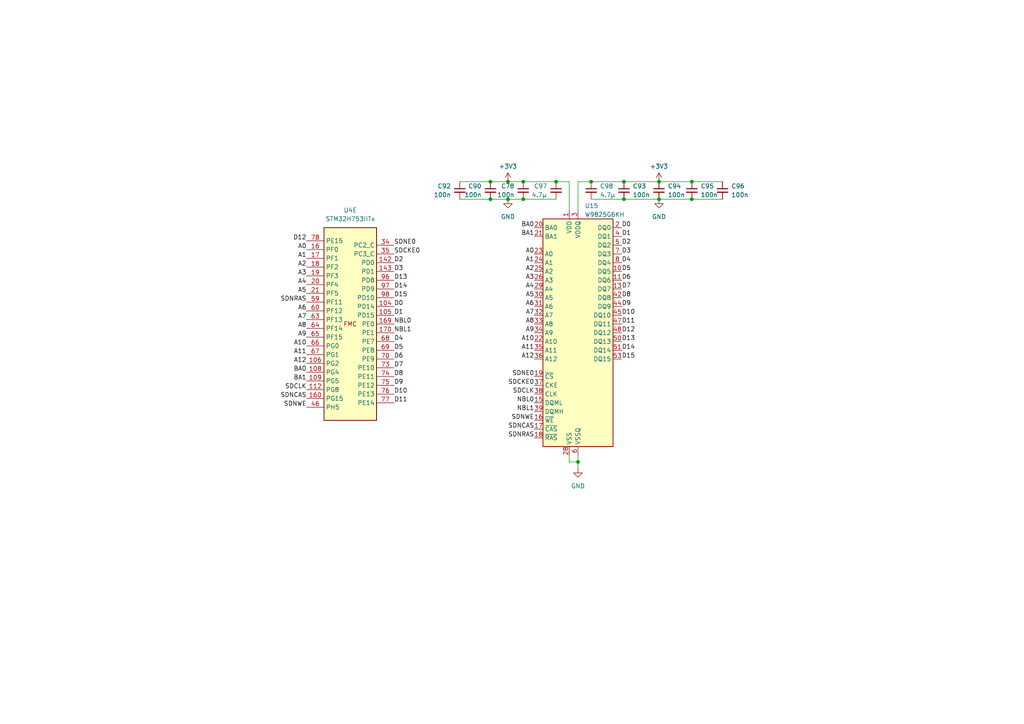
<source format=kicad_sch>
(kicad_sch (version 20231120) (generator "eeschema") (generator_version "8.0")
  (paper "A4")
  (lib_symbols
    (symbol "Device:C_Small" (pin_numbers hide) (pin_names (offset 0.254) hide)
      (property "Reference" "C" (at 0.254 1.778 0))
      (property "Value" "C_Small" (at 0.254 -2.032 0))
      (symbol "C_Small_0_1"
        (polyline (pts (xy -1.524 -0.508) (xy 1.524 -0.508)) (stroke (width 0.3302)))
        (polyline (pts (xy -1.524 0.508) (xy 1.524 0.508)) (stroke (width 0.3048)))
      )
      (symbol "C_Small_1_1"
        (pin passive line (at 0 2.54 270) (length 2.032) (name "~") (number "1"))
        (pin passive line (at 0 -2.54 90) (length 2.032) (name "~") (number "2"))
      )
    )
    (symbol "Memory_RAM:MT48LC16M16A2TG"
      (property "Reference" "U" (at -8.89 34.29 0))
      (property "Value" "MT48LC16M16A2TG" (at 8.89 34.29 0))
      (symbol "MT48LC16M16A2TG_0_1"
        (rectangle (start -10.16 33.02) (end 10.16 -33.02) (stroke (width 0.254)) (fill (type background)))
      )
      (symbol "MT48LC16M16A2TG_1_1"
        (pin power_in line (at -2.54 35.56 270) (length 2.54) (name "VDD") (number "1"))
        (pin bidirectional line (at 12.7 17.78 180) (length 2.54) (name "DQ5") (number "10"))
        (pin bidirectional line (at 12.7 15.24 180) (length 2.54) (name "DQ6") (number "11"))
        (pin passive line (at 0 -35.56 90) (length 2.54) hide (name "VSSQ") (number "12"))
        (pin bidirectional line (at 12.7 12.7 180) (length 2.54) (name "DQ7") (number "13"))
        (pin passive line (at -2.54 35.56 270) (length 2.54) hide (name "VDD") (number "14"))
        (pin input line (at -12.7 -20.32 0) (length 2.54) (name "DQML") (number "15"))
        (pin input line (at -12.7 -25.4 0) (length 2.54) (name "~{WE}") (number "16"))
        (pin input line (at -12.7 -27.94 0) (length 2.54) (name "~{CAS}") (number "17"))
        (pin input line (at -12.7 -30.48 0) (length 2.54) (name "~{RAS}") (number "18"))
        (pin input line (at -12.7 -12.7 0) (length 2.54) (name "~{CS}") (number "19"))
        (pin bidirectional line (at 12.7 30.48 180) (length 2.54) (name "DQ0") (number "2"))
        (pin input line (at -12.7 30.48 0) (length 2.54) (name "BA0") (number "20"))
        (pin input line (at -12.7 27.94 0) (length 2.54) (name "BA1") (number "21"))
        (pin input line (at -12.7 -2.54 0) (length 2.54) (name "A10") (number "22"))
        (pin input line (at -12.7 22.86 0) (length 2.54) (name "A0") (number "23"))
        (pin input line (at -12.7 20.32 0) (length 2.54) (name "A1") (number "24"))
        (pin input line (at -12.7 17.78 0) (length 2.54) (name "A2") (number "25"))
        (pin input line (at -12.7 15.24 0) (length 2.54) (name "A3") (number "26"))
        (pin passive line (at -2.54 35.56 270) (length 2.54) hide (name "VDD") (number "27"))
        (pin power_in line (at -2.54 -35.56 90) (length 2.54) (name "VSS") (number "28"))
        (pin input line (at -12.7 12.7 0) (length 2.54) (name "A4") (number "29"))
        (pin power_in line (at 0 35.56 270) (length 2.54) (name "VDDQ") (number "3"))
        (pin input line (at -12.7 10.16 0) (length 2.54) (name "A5") (number "30"))
        (pin input line (at -12.7 7.62 0) (length 2.54) (name "A6") (number "31"))
        (pin input line (at -12.7 5.08 0) (length 2.54) (name "A7") (number "32"))
        (pin input line (at -12.7 2.54 0) (length 2.54) (name "A8") (number "33"))
        (pin input line (at -12.7 0 0) (length 2.54) (name "A9") (number "34"))
        (pin input line (at -12.7 -5.08 0) (length 2.54) (name "A11") (number "35"))
        (pin input line (at -12.7 -7.62 0) (length 2.54) (name "A12") (number "36"))
        (pin input line (at -12.7 -15.24 0) (length 2.54) (name "CKE") (number "37"))
        (pin input line (at -12.7 -17.78 0) (length 2.54) (name "CLK") (number "38"))
        (pin input line (at -12.7 -22.86 0) (length 2.54) (name "DQMH") (number "39"))
        (pin bidirectional line (at 12.7 27.94 180) (length 2.54) (name "DQ1") (number "4"))
        (pin no_connect line (at 10.16 -20.32 180) (length 2.54) hide (name "NC") (number "40"))
        (pin passive line (at -2.54 -35.56 90) (length 2.54) hide (name "VSS") (number "41"))
        (pin bidirectional line (at 12.7 10.16 180) (length 2.54) (name "DQ8") (number "42"))
        (pin passive line (at 0 35.56 270) (length 2.54) hide (name "VDDQ") (number "43"))
        (pin bidirectional line (at 12.7 7.62 180) (length 2.54) (name "DQ9") (number "44"))
        (pin bidirectional line (at 12.7 5.08 180) (length 2.54) (name "DQ10") (number "45"))
        (pin passive line (at 0 -35.56 90) (length 2.54) hide (name "VSSQ") (number "46"))
        (pin bidirectional line (at 12.7 2.54 180) (length 2.54) (name "DQ11") (number "47"))
        (pin bidirectional line (at 12.7 0 180) (length 2.54) (name "DQ12") (number "48"))
        (pin passive line (at 0 35.56 270) (length 2.54) hide (name "VDDQ") (number "49"))
        (pin bidirectional line (at 12.7 25.4 180) (length 2.54) (name "DQ2") (number "5"))
        (pin bidirectional line (at 12.7 -2.54 180) (length 2.54) (name "DQ13") (number "50"))
        (pin bidirectional line (at 12.7 -5.08 180) (length 2.54) (name "DQ14") (number "51"))
        (pin passive line (at 0 -35.56 90) (length 2.54) hide (name "VSSQ") (number "52"))
        (pin bidirectional line (at 12.7 -7.62 180) (length 2.54) (name "DQ15") (number "53"))
        (pin passive line (at -2.54 -35.56 90) (length 2.54) hide (name "VSS") (number "54"))
        (pin power_in line (at 0 -35.56 90) (length 2.54) (name "VSSQ") (number "6"))
        (pin bidirectional line (at 12.7 22.86 180) (length 2.54) (name "DQ3") (number "7"))
        (pin bidirectional line (at 12.7 20.32 180) (length 2.54) (name "DQ4") (number "8"))
        (pin passive line (at 0 35.56 270) (length 2.54) hide (name "VDDQ") (number "9"))
      )
    )
    (symbol "charger:STM32H753IITx"
      (property "Reference" "U" (at -11.684 0.762 0))
      (property "Value" "STM32H753IITx" (at -23.114 -2.54 0))
      (symbol "STM32H753IITx_1_1"
        (rectangle (start -10.16 30.48) (end 10.16 -30.48) (stroke (width 0.254)) (fill (type background)))
        (pin passive line (at -15.24 1.27 0) (length 5.08) hide (name "VSS") (number "102"))
        (pin power_in line (at 15.24 3.81 180) (length 5.08) (name "VDD") (number "103"))
        (pin passive line (at -15.24 1.27 0) (length 5.08) hide (name "VSS") (number "113"))
        (pin power_in line (at 15.24 -11.43 180) (length 5.08) (name "VDD33_USB") (number "114"))
        (pin power_out line (at 15.24 -24.13 180) (length 5.08) (name "VCAP") (number "125"))
        (pin passive line (at -15.24 1.27 0) (length 5.08) hide (name "VSS") (number "126"))
        (pin power_in line (at 15.24 1.27 180) (length 5.08) (name "VDD") (number "127"))
        (pin passive line (at -15.24 1.27 0) (length 5.08) hide (name "VSS") (number "135"))
        (pin power_in line (at 15.24 -1.27 180) (length 5.08) (name "VDD") (number "136"))
        (pin power_in line (at -15.24 1.27 0) (length 5.08) (name "VSS") (number "14"))
        (pin passive line (at -15.24 1.27 0) (length 5.08) hide (name "VSS") (number "148"))
        (pin power_in line (at 15.24 -3.81 180) (length 5.08) (name "VDD") (number "149"))
        (pin power_in line (at 15.24 24.13 180) (length 5.08) (name "VDD") (number "15"))
        (pin passive line (at -15.24 1.27 0) (length 5.08) hide (name "VSS") (number "158"))
        (pin power_in line (at 15.24 -6.35 180) (length 5.08) (name "VDD") (number "159"))
        (pin power_in line (at 15.24 -8.89 180) (length 5.08) (name "VDD") (number "172"))
        (pin passive line (at -15.24 1.27 0) (length 5.08) hide (name "VSS") (number "22"))
        (pin power_in line (at 15.24 21.59 180) (length 5.08) (name "VDD") (number "23"))
        (pin power_in line (at 15.24 19.05 180) (length 5.08) (name "VDD") (number "36"))
        (pin power_in line (at -15.24 -1.27 0) (length 5.08) (name "VSSA") (number "37"))
        (pin input line (at 15.24 -19.05 180) (length 5.08) (name "VREF+") (number "38"))
        (pin power_in line (at 15.24 -13.97 180) (length 5.08) (name "VDDA") (number "39"))
        (pin passive line (at -15.24 1.27 0) (length 5.08) hide (name "VSS") (number "48"))
        (pin power_in line (at 15.24 16.51 180) (length 5.08) (name "VDD") (number "49"))
        (pin power_in line (at 15.24 26.67 180) (length 5.08) (name "VBAT") (number "6"))
        (pin passive line (at -15.24 1.27 0) (length 5.08) hide (name "VSS") (number "61"))
        (pin power_in line (at 15.24 13.97 180) (length 5.08) (name "VDD") (number "62"))
        (pin passive line (at -15.24 1.27 0) (length 5.08) hide (name "VSS") (number "71"))
        (pin power_in line (at 15.24 11.43 180) (length 5.08) (name "VDD") (number "72"))
        (pin power_out line (at 15.24 -26.67 180) (length 5.08) (name "VCAP") (number "81"))
        (pin power_in line (at 15.24 8.89 180) (length 5.08) (name "VDD") (number "82"))
        (pin passive line (at -15.24 1.27 0) (length 5.08) hide (name "VSS") (number "90"))
        (pin power_in line (at 15.24 6.35 180) (length 5.08) (name "VDD") (number "91"))
      )
      (symbol "STM32H753IITx_2_1"
        (rectangle (start -10.16 31.75) (end 10.16 -31.75) (stroke (width 0.254)) (fill (type background)))
        (pin bidirectional line (at 15.24 -22.86 180) (length 5.08) (name "PE2") (number "1"))
        (pin bidirectional line (at 15.24 -17.78 180) (length 5.08) (name "PD12") (number "100"))
        (pin bidirectional line (at 15.24 -20.32 180) (length 5.08) (name "PD13") (number "101"))
        (pin bidirectional line (at -15.24 -5.08 0) (length 5.08) (name "PG3") (number "107"))
        (pin bidirectional line (at 15.24 7.62 180) (length 5.08) (name "PC6") (number "115"))
        (pin bidirectional line (at 15.24 5.08 180) (length 5.08) (name "PC7") (number "116"))
        (pin bidirectional line (at 15.24 2.54 180) (length 5.08) (name "PC8") (number "117"))
        (pin bidirectional line (at 15.24 27.94 180) (length 5.08) (name "PA10") (number "121"))
        (pin bidirectional line (at -15.24 -2.54 0) (length 5.08) (name "PH15") (number "130"))
        (pin bidirectional line (at -15.24 27.94 0) (length 5.08) (name "PI0") (number "131"))
        (pin bidirectional line (at -15.24 25.4 0) (length 5.08) (name "PI1") (number "132"))
        (pin bidirectional line (at -15.24 22.86 0) (length 5.08) (name "PI3") (number "134"))
        (pin bidirectional line (at 15.24 25.4 180) (length 5.08) (name "PA15") (number "138"))
        (pin bidirectional line (at 15.24 0 180) (length 5.08) (name "PC10") (number "139"))
        (pin bidirectional line (at 15.24 -2.54 180) (length 5.08) (name "PC11") (number "140"))
        (pin bidirectional line (at 15.24 -7.62 180) (length 5.08) (name "PD3") (number "145"))
        (pin bidirectional line (at 15.24 -10.16 180) (length 5.08) (name "PD4") (number "146"))
        (pin bidirectional line (at 15.24 -12.7 180) (length 5.08) (name "PD7") (number "151"))
        (pin bidirectional line (at -15.24 -7.62 0) (length 5.08) (name "PG9") (number "152"))
        (pin bidirectional line (at -15.24 -10.16 0) (length 5.08) (name "PG10") (number "153"))
        (pin bidirectional line (at -15.24 -15.24 0) (length 5.08) (name "PG13") (number "156"))
        (pin bidirectional line (at -15.24 -17.78 0) (length 5.08) (name "PG14") (number "157"))
        (pin bidirectional line (at 15.24 17.78 180) (length 5.08) (name "PB5") (number "163"))
        (pin bidirectional line (at -15.24 20.32 0) (length 5.08) (name "PI6") (number "175"))
        (pin bidirectional line (at -15.24 17.78 0) (length 5.08) (name "PI7") (number "176"))
        (pin bidirectional line (at 15.24 -25.4 180) (length 5.08) (name "PE3") (number "2"))
        (pin bidirectional line (at -15.24 -20.32 0) (length 5.08) (name "PF6") (number "24"))
        (pin bidirectional line (at -15.24 -22.86 0) (length 5.08) (name "PF7") (number "25"))
        (pin bidirectional line (at -15.24 -25.4 0) (length 5.08) (name "PF8") (number "26"))
        (pin bidirectional line (at -15.24 -27.94 0) (length 5.08) (name "PF9") (number "27"))
        (pin bidirectional line (at 15.24 22.86 180) (length 5.08) (name "PB2") (number "58"))
        (pin bidirectional line (at -15.24 15.24 0) (length 5.08) (name "PI8") (number "7"))
        (pin bidirectional line (at 15.24 -5.08 180) (length 5.08) (name "PC13") (number "8"))
        (pin bidirectional line (at -15.24 12.7 0) (length 5.08) (name "PH6") (number "83"))
        (pin bidirectional line (at -15.24 10.16 0) (length 5.08) (name "PH7") (number "84"))
        (pin bidirectional line (at -15.24 7.62 0) (length 5.08) (name "PH9") (number "86"))
        (pin bidirectional line (at -15.24 5.08 0) (length 5.08) (name "PH10") (number "87"))
        (pin bidirectional line (at -15.24 2.54 0) (length 5.08) (name "PH11") (number "88"))
        (pin bidirectional line (at -15.24 0 0) (length 5.08) (name "PH12") (number "89"))
        (pin bidirectional line (at 15.24 -15.24 180) (length 5.08) (name "PD11") (number "99"))
      )
      (symbol "STM32H753IITx_3_1"
        (rectangle (start -6.35 38.1) (end 6.35 -38.1) (stroke (width 0.254)) (fill (type background)))
        (text "LTDC" (at -2.54 0 0) (effects (font (size 1.27 1.27))))
        (pin bidirectional line (at 11.43 -3.81 180) (length 5.08) (name "PG6") (number "110"))
        (pin bidirectional line (at 11.43 -6.35 180) (length 5.08) (name "PG7") (number "111"))
        (pin bidirectional line (at 11.43 8.89 180) (length 5.08) (name "PC9") (number "118"))
        (pin bidirectional line (at 11.43 26.67 180) (length 5.08) (name "PA8") (number "119"))
        (pin bidirectional line (at 11.43 -31.75 180) (length 5.08) (name "PI10") (number "12"))
        (pin bidirectional line (at 11.43 -21.59 180) (length 5.08) (name "PH14") (number "129"))
        (pin bidirectional line (at 11.43 -34.29 180) (length 5.08) (name "PI11") (number "13"))
        (pin bidirectional line (at 11.43 -24.13 180) (length 5.08) (name "PI2") (number "133"))
        (pin bidirectional line (at 11.43 -8.89 180) (length 5.08) (name "PG12") (number "155"))
        (pin bidirectional line (at 11.43 19.05 180) (length 5.08) (name "PB8") (number "167"))
        (pin bidirectional line (at 11.43 16.51 180) (length 5.08) (name "PB9") (number "168"))
        (pin bidirectional line (at 11.43 -26.67 180) (length 5.08) (name "PI4") (number "173"))
        (pin bidirectional line (at 11.43 -29.21 180) (length 5.08) (name "PI5") (number "174"))
        (pin bidirectional line (at 11.43 -1.27 180) (length 5.08) (name "PF10") (number "28"))
        (pin bidirectional line (at 11.43 6.35 180) (length 5.08) (name "PE4") (number "3"))
        (pin bidirectional line (at 11.43 11.43 180) (length 5.08) (name "PC0") (number "32"))
        (pin bidirectional line (at 11.43 3.81 180) (length 5.08) (name "PE5") (number "4"))
        (pin bidirectional line (at 11.43 -11.43 180) (length 5.08) (name "PH2") (number "43"))
        (pin bidirectional line (at 11.43 -13.97 180) (length 5.08) (name "PH3") (number "44"))
        (pin bidirectional line (at 11.43 -16.51 180) (length 5.08) (name "PH4") (number "45"))
        (pin bidirectional line (at 11.43 1.27 180) (length 5.08) (name "PE6") (number "5"))
        (pin bidirectional line (at 11.43 34.29 180) (length 5.08) (name "PA4") (number "50"))
        (pin bidirectional line (at 11.43 31.75 180) (length 5.08) (name "PA5") (number "51"))
        (pin bidirectional line (at 11.43 29.21 180) (length 5.08) (name "PA6") (number "52"))
        (pin bidirectional line (at 11.43 24.13 180) (length 5.08) (name "PB0") (number "56"))
        (pin bidirectional line (at 11.43 21.59 180) (length 5.08) (name "PB1") (number "57"))
        (pin bidirectional line (at 11.43 13.97 180) (length 5.08) (name "PB10") (number "79"))
        (pin bidirectional line (at 11.43 -19.05 180) (length 5.08) (name "PH8") (number "85"))
      )
      (symbol "STM32H753IITx_4_1"
        (rectangle (start -6.35 12.7) (end 6.35 -12.7) (stroke (width 0.254)) (fill (type background)))
        (text "ETH" (at -2.032 0 0) (effects (font (size 1.27 1.27))))
        (pin bidirectional line (at 11.43 -5.08 180) (length 5.08) (name "PC1") (number "33"))
        (pin bidirectional line (at 11.43 10.16 180) (length 5.08) (name "PA1") (number "41"))
        (pin bidirectional line (at 11.43 7.62 180) (length 5.08) (name "PA2") (number "42"))
        (pin bidirectional line (at 11.43 5.08 180) (length 5.08) (name "PA7") (number "53"))
        (pin bidirectional line (at 11.43 -7.62 180) (length 5.08) (name "PC4") (number "54"))
        (pin bidirectional line (at 11.43 -10.16 180) (length 5.08) (name "PC5") (number "55"))
        (pin bidirectional line (at 11.43 2.54 180) (length 5.08) (name "PB11") (number "80"))
        (pin bidirectional line (at 11.43 0 180) (length 5.08) (name "PB12") (number "92"))
        (pin bidirectional line (at 11.43 -2.54 180) (length 5.08) (name "PB13") (number "93"))
      )
      (symbol "STM32H753IITx_5_1"
        (rectangle (start -7.62 27.94) (end 7.62 -27.94) (stroke (width 0.254)) (fill (type background)))
        (text "FMC" (at 0 0 0) (effects (font (size 1.27 1.27))))
        (pin bidirectional line (at 12.7 5.08 180) (length 5.08) (name "PD14") (number "104"))
        (pin bidirectional line (at 12.7 2.54 180) (length 5.08) (name "PD15") (number "105"))
        (pin bidirectional line (at -12.7 -11.43 0) (length 5.08) (name "PG2") (number "106"))
        (pin bidirectional line (at -12.7 -13.97 0) (length 5.08) (name "PG4") (number "108"))
        (pin bidirectional line (at -12.7 -16.51 0) (length 5.08) (name "PG5") (number "109"))
        (pin bidirectional line (at -12.7 -19.05 0) (length 5.08) (name "PG8") (number "112"))
        (pin bidirectional line (at 12.7 17.78 180) (length 5.08) (name "PD0") (number "142"))
        (pin bidirectional line (at 12.7 15.24 180) (length 5.08) (name "PD1") (number "143"))
        (pin bidirectional line (at -12.7 21.59 0) (length 5.08) (name "PF0") (number "16"))
        (pin bidirectional line (at -12.7 -21.59 0) (length 5.08) (name "PG15") (number "160"))
        (pin bidirectional line (at 12.7 0 180) (length 5.08) (name "PE0") (number "169"))
        (pin bidirectional line (at -12.7 19.05 0) (length 5.08) (name "PF1") (number "17"))
        (pin bidirectional line (at 12.7 -2.54 180) (length 5.08) (name "PE1") (number "170"))
        (pin bidirectional line (at -12.7 16.51 0) (length 5.08) (name "PF2") (number "18"))
        (pin bidirectional line (at -12.7 13.97 0) (length 5.08) (name "PF3") (number "19"))
        (pin bidirectional line (at -12.7 11.43 0) (length 5.08) (name "PF4") (number "20"))
        (pin bidirectional line (at -12.7 8.89 0) (length 5.08) (name "PF5") (number "21"))
        (pin bidirectional line (at 12.7 22.86 180) (length 5.08) (name "PC2_C") (number "34"))
        (pin bidirectional line (at 12.7 20.32 180) (length 5.08) (name "PC3_C") (number "35"))
        (pin bidirectional line (at -12.7 -24.13 0) (length 5.08) (name "PH5") (number "46"))
        (pin bidirectional line (at -12.7 6.35 0) (length 5.08) (name "PF11") (number "59"))
        (pin bidirectional line (at -12.7 3.81 0) (length 5.08) (name "PF12") (number "60"))
        (pin bidirectional line (at -12.7 1.27 0) (length 5.08) (name "PF13") (number "63"))
        (pin bidirectional line (at -12.7 -1.27 0) (length 5.08) (name "PF14") (number "64"))
        (pin bidirectional line (at -12.7 -3.81 0) (length 5.08) (name "PF15") (number "65"))
        (pin bidirectional line (at -12.7 -6.35 0) (length 5.08) (name "PG0") (number "66"))
        (pin bidirectional line (at -12.7 -8.89 0) (length 5.08) (name "PG1") (number "67"))
        (pin bidirectional line (at 12.7 -5.08 180) (length 5.08) (name "PE7") (number "68"))
        (pin bidirectional line (at 12.7 -7.62 180) (length 5.08) (name "PE8") (number "69"))
        (pin bidirectional line (at 12.7 -10.16 180) (length 5.08) (name "PE9") (number "70"))
        (pin bidirectional line (at 12.7 -12.7 180) (length 5.08) (name "PE10") (number "73"))
        (pin bidirectional line (at 12.7 -15.24 180) (length 5.08) (name "PE11") (number "74"))
        (pin bidirectional line (at 12.7 -17.78 180) (length 5.08) (name "PE12") (number "75"))
        (pin bidirectional line (at 12.7 -20.32 180) (length 5.08) (name "PE13") (number "76"))
        (pin bidirectional line (at 12.7 -22.86 180) (length 5.08) (name "PE14") (number "77"))
        (pin bidirectional line (at -12.7 24.13 0) (length 5.08) (name "PE15") (number "78"))
        (pin bidirectional line (at 12.7 12.7 180) (length 5.08) (name "PD8") (number "96"))
        (pin bidirectional line (at 12.7 10.16 180) (length 5.08) (name "PD9") (number "97"))
        (pin bidirectional line (at 12.7 7.62 180) (length 5.08) (name "PD10") (number "98"))
      )
      (symbol "STM32H753IITx_6_1"
        (rectangle (start -7.62 19.05) (end 7.62 -19.05) (stroke (width 0.254)) (fill (type background)))
        (pin bidirectional line (at 12.7 -7.62 180) (length 5.08) (name "PC15") (number "10"))
        (pin bidirectional line (at 12.7 5.08 180) (length 5.08) (name "PA13") (number "124"))
        (pin bidirectional line (at 12.7 2.54 180) (length 5.08) (name "PA14") (number "137"))
        (pin bidirectional line (at 12.7 0 180) (length 5.08) (name "PB3") (number "161"))
        (pin input line (at 12.7 12.7 180) (length 5.08) (name "BOOT0") (number "166"))
        (pin input line (at 12.7 15.24 180) (length 5.08) (name "PDR_ON") (number "171"))
        (pin bidirectional line (at 12.7 -12.7 180) (length 5.08) (name "PH0") (number "29"))
        (pin bidirectional line (at 12.7 -15.24 180) (length 5.08) (name "PH1") (number "30"))
        (pin input line (at 12.7 10.16 180) (length 5.08) (name "NRST") (number "31"))
        (pin bidirectional line (at 12.7 -5.08 180) (length 5.08) (name "PC14") (number "9"))
      )
      (symbol "STM32H753IITx_7_1"
        (rectangle (start -7.62 30.48) (end 7.62 -30.48) (stroke (width 0.254)) (fill (type background)))
        (text "CAN" (at -2.54 15.494 0) (effects (font (size 1.27 1.27))))
        (text "I2C" (at -2.032 -25.654 0) (effects (font (size 1.27 1.27))))
        (text "SDMMC" (at -2.54 2.54 0) (effects (font (size 1.27 1.27))))
        (text "UART" (at -2.032 -10.668 0) (effects (font (size 1.27 1.27))))
        (text "USART" (at -2.032 -18.288 0) (effects (font (size 1.27 1.27))))
        (text "USB" (at -2.54 25.908 0) (effects (font (size 1.27 1.27))))
        (pin bidirectional line (at 12.7 13.97 180) (length 5.08) (name "PI9") (number "11"))
        (pin bidirectional line (at 12.7 26.67 180) (length 5.08) (name "PA9") (number "120"))
        (pin bidirectional line (at 12.7 24.13 180) (length 5.08) (name "PA11") (number "122"))
        (pin bidirectional line (at 12.7 21.59 180) (length 5.08) (name "PA12") (number "123"))
        (pin bidirectional line (at 12.7 16.51 180) (length 5.08) (name "PH13") (number "128"))
        (pin bidirectional line (at 12.7 -8.89 180) (length 5.08) (name "PC12") (number "141"))
        (pin bidirectional line (at 12.7 -11.43 180) (length 5.08) (name "PD2") (number "144"))
        (pin bidirectional line (at 12.7 -19.05 180) (length 5.08) (name "PD5") (number "147"))
        (pin bidirectional line (at 12.7 -1.27 180) (length 5.08) (name "PD6") (number "150"))
        (pin bidirectional line (at 12.7 -3.81 180) (length 5.08) (name "PG11") (number "154"))
        (pin bidirectional line (at 12.7 6.35 180) (length 5.08) (name "PB4") (number "162"))
        (pin bidirectional line (at 12.7 -24.13 180) (length 5.08) (name "PB6") (number "164"))
        (pin bidirectional line (at 12.7 -26.67 180) (length 5.08) (name "PB7") (number "165"))
        (pin bidirectional line (at 12.7 8.89 180) (length 5.08) (name "PA0") (number "40"))
        (pin bidirectional line (at 12.7 -16.51 180) (length 5.08) (name "PA3") (number "47"))
        (pin bidirectional line (at 12.7 3.81 180) (length 5.08) (name "PB14") (number "94"))
        (pin bidirectional line (at 12.7 1.27 180) (length 5.08) (name "PB15") (number "95"))
      )
    )
    (symbol "power:+3V3" (power) (pin_numbers hide) (pin_names (offset 0) hide)
      (property "Value" "+3V3" (at 0 3.556 0))
      (symbol "+3V3_0_1"
        (polyline (pts (xy -0.762 1.27) (xy 0 2.54)))
        (polyline (pts (xy 0 0) (xy 0 2.54)))
        (polyline (pts (xy 0 2.54) (xy 0.762 1.27)))
      )
      (symbol "+3V3_1_1"
        (pin power_in line (at 0 0 90) (length 0) (name "~") (number "1"))
      )
    )
    (symbol "power:GND" (power) (pin_numbers hide) (pin_names (offset 0) hide)
      (property "Value" "GND" (at 0 -3.81 0))
      (symbol "GND_0_1"
        (polyline (pts (xy 0 0) (xy 0 -1.27) (xy 1.27 -1.27) (xy 0 -2.54) (xy -1.27 -1.27) (xy 0 -1.27)))
      )
      (symbol "GND_1_1"
        (pin power_in line (at 0 0 270) (length 0) (name "~") (number "1"))
      )
    )
  )
  (junction (at 151.765 52.705))
  (junction (at 147.32 57.785))
  (junction (at 191.135 52.705))
  (junction (at 142.24 52.705))
  (junction (at 200.66 52.705))
  (junction (at 151.765 57.785))
  (junction (at 180.975 57.785))
  (junction (at 167.64 133.985))
  (junction (at 180.975 52.705))
  (junction (at 142.24 57.785))
  (junction (at 171.45 52.705))
  (junction (at 191.135 57.785))
  (junction (at 147.32 52.705))
  (junction (at 200.66 57.785))
  (junction (at 161.29 52.705))
  (wire (pts (xy 167.64 133.985) (xy 167.64 135.89)))
  (wire (pts (xy 133.35 57.785) (xy 142.24 57.785)))
  (wire (pts (xy 147.32 57.785) (xy 151.765 57.785)))
  (wire (pts (xy 142.24 52.705) (xy 147.32 52.705)))
  (wire (pts (xy 165.1 52.705) (xy 165.1 60.96)))
  (wire (pts (xy 191.135 57.785) (xy 200.66 57.785)))
  (wire (pts (xy 167.64 132.08) (xy 167.64 133.985)))
  (wire (pts (xy 161.29 52.705) (xy 165.1 52.705)))
  (wire (pts (xy 167.64 60.96) (xy 167.64 52.705)))
  (wire (pts (xy 180.975 52.705) (xy 191.135 52.705)))
  (wire (pts (xy 142.24 57.785) (xy 147.32 57.785)))
  (wire (pts (xy 191.135 52.705) (xy 200.66 52.705)))
  (wire (pts (xy 200.66 52.705) (xy 209.55 52.705)))
  (wire (pts (xy 133.35 52.705) (xy 142.24 52.705)))
  (wire (pts (xy 171.45 52.705) (xy 180.975 52.705)))
  (wire (pts (xy 165.1 132.08) (xy 165.1 133.985)))
  (wire (pts (xy 167.64 52.705) (xy 171.45 52.705)))
  (wire (pts (xy 165.1 133.985) (xy 167.64 133.985)))
  (wire (pts (xy 151.765 57.785) (xy 161.29 57.785)))
  (wire (pts (xy 151.765 52.705) (xy 161.29 52.705)))
  (wire (pts (xy 171.45 57.785) (xy 180.975 57.785)))
  (wire (pts (xy 147.32 52.705) (xy 151.765 52.705)))
  (wire (pts (xy 180.975 57.785) (xy 191.135 57.785)))
  (wire (pts (xy 200.66 57.785) (xy 209.55 57.785)))
  (label "D12" (at 88.9 69.85 180))
  (label "D1" (at 114.3 91.44 0))
  (label "A5" (at 88.9 85.09 180))
  (label "A6" (at 88.9 90.17 180))
  (label "SDCKE0" (at 154.94 111.76 180))
  (label "D7" (at 180.34 83.82 0))
  (label "D9" (at 114.3 111.76 0))
  (label "SDCLK" (at 88.9 113.03 180))
  (label "SDNCAS" (at 88.9 115.57 180))
  (label "A2" (at 88.9 77.47 180))
  (label "A3" (at 88.9 80.01 180))
  (label "A0" (at 88.9 72.39 180))
  (label "A11" (at 88.9 102.87 180))
  (label "D3" (at 114.3 78.74 0))
  (label "NBL1" (at 114.3 96.52 0))
  (label "SDNE0" (at 114.3 71.12 0))
  (label "D6" (at 114.3 104.14 0))
  (label "D8" (at 180.34 86.36 0))
  (label "NBL1" (at 154.94 119.38 180))
  (label "A5" (at 154.94 86.36 180))
  (label "SDCKE0" (at 114.3 73.66 0))
  (label "D15" (at 114.3 86.36 0))
  (label "A10" (at 154.94 99.06 180))
  (label "SDNCAS" (at 154.94 124.46 180))
  (label "SDNWE" (at 88.9 118.11 180))
  (label "D12" (at 180.34 96.52 0))
  (label "A8" (at 88.9 95.25 180))
  (label "A12" (at 88.9 105.41 180))
  (label "D5" (at 114.3 101.6 0))
  (label "A10" (at 88.9 100.33 180))
  (label "A12" (at 154.94 104.14 180))
  (label "BA0" (at 154.94 66.04 180))
  (label "A7" (at 154.94 91.44 180))
  (label "D2" (at 180.34 71.12 0))
  (label "NBL0" (at 154.94 116.84 180))
  (label "D4" (at 180.34 76.2 0))
  (label "D14" (at 114.3 83.82 0))
  (label "A6" (at 154.94 88.9 180))
  (label "D6" (at 180.34 81.28 0))
  (label "BA0" (at 88.9 107.95 180))
  (label "A9" (at 88.9 97.79 180))
  (label "D9" (at 180.34 88.9 0))
  (label "A11" (at 154.94 101.6 180))
  (label "D0" (at 114.3 88.9 0))
  (label "D15" (at 180.34 104.14 0))
  (label "D0" (at 180.34 66.04 0))
  (label "D2" (at 114.3 76.2 0))
  (label "SDCLK" (at 154.94 114.3 180))
  (label "A3" (at 154.94 81.28 180))
  (label "D11" (at 114.3 116.84 0))
  (label "D14" (at 180.34 101.6 0))
  (label "D13" (at 114.3 81.28 0))
  (label "A4" (at 88.9 82.55 180))
  (label "D5" (at 180.34 78.74 0))
  (label "SDNRAS" (at 88.9 87.63 180))
  (label "A2" (at 154.94 78.74 180))
  (label "D7" (at 114.3 106.68 0))
  (label "D11" (at 180.34 93.98 0))
  (label "D13" (at 180.34 99.06 0))
  (label "D3" (at 180.34 73.66 0))
  (label "A1" (at 88.9 74.93 180))
  (label "D10" (at 114.3 114.3 0))
  (label "BA1" (at 154.94 68.58 180))
  (label "D8" (at 114.3 109.22 0))
  (label "A0" (at 154.94 73.66 180))
  (label "A7" (at 88.9 92.71 180))
  (label "A9" (at 154.94 96.52 180))
  (label "A8" (at 154.94 93.98 180))
  (label "D1" (at 180.34 68.58 0))
  (label "SDNWE" (at 154.94 121.92 180))
  (label "D4" (at 114.3 99.06 0))
  (label "A1" (at 154.94 76.2 180))
  (label "SDNE0" (at 154.94 109.22 180))
  (label "SDNRAS" (at 154.94 127 180))
  (label "D10" (at 180.34 91.44 0))
  (label "NBL0" (at 114.3 93.98 0))
  (label "BA1" (at 88.9 110.49 180))
  (label "A4" (at 154.94 83.82 180))
  (symbol (lib_id "Device:C_Small") (at 142.24 55.245 0) (mirror y) (unit 1)
    (property "Reference" "C90" (at 139.7 53.9812 0) (effects (justify left)))
    (property "Value" "100n" (at 139.7 56.5212 0) (effects (justify left)))
    (property "Footprint" "Capacitor_SMD:C_0603_1608Metric" (effects (hide yes)))
    (property "Description" "Unpolarized capacitor, small symbol" (effects (hide yes)))
  )
  (symbol (lib_id "Device:C_Small") (at 161.29 55.245 0) (mirror y) (unit 1)
    (property "Reference" "C97" (at 158.75 53.9812 0) (effects (justify left)))
    (property "Value" "4.7µ" (at 158.75 56.5212 0) (effects (justify left)))
    (property "Footprint" "Capacitor_SMD:C_0603_1608Metric" (effects (hide yes)))
    (property "Description" "Unpolarized capacitor, small symbol" (effects (hide yes)))
  )
  (symbol (lib_id "Device:C_Small") (at 151.765 55.245 0) (mirror y) (unit 1)
    (property "Reference" "C78" (at 149.225 53.9812 0) (effects (justify left)))
    (property "Value" "100n" (at 149.225 56.5212 0) (effects (justify left)))
    (property "Footprint" "Capacitor_SMD:C_0603_1608Metric" (effects (hide yes)))
    (property "Description" "Unpolarized capacitor, small symbol" (effects (hide yes)))
  )
  (symbol (lib_id "Device:C_Small") (at 180.975 55.245 0) (unit 1)
    (property "Reference" "C93" (at 183.515 53.9812 0) (effects (justify left)))
    (property "Value" "100n" (at 183.515 56.5212 0) (effects (justify left)))
    (property "Footprint" "Capacitor_SMD:C_0603_1608Metric" (effects (hide yes)))
    (property "Description" "Unpolarized capacitor, small symbol" (effects (hide yes)))
  )
  (symbol (lib_id "Device:C_Small") (at 133.35 55.245 0) (mirror y) (unit 1)
    (property "Reference" "C92" (at 130.81 53.9812 0) (effects (justify left)))
    (property "Value" "100n" (at 130.81 56.5212 0) (effects (justify left)))
    (property "Footprint" "Capacitor_SMD:C_0603_1608Metric" (effects (hide yes)))
    (property "Description" "Unpolarized capacitor, small symbol" (effects (hide yes)))
  )
  (symbol (lib_id "power:GND") (at 191.135 57.785 0) (unit 1)
    (property "Reference" "#PWR0168" (effects (hide yes)))
    (property "Value" "GND" (at 191.135 62.865 0))
    (property "Description" "Power symbol creates a global label with name \"GND\" , ground" (effects (hide yes)))
  )
  (symbol (lib_id "Device:C_Small") (at 171.45 55.245 0) (unit 1)
    (property "Reference" "C98" (at 173.99 53.9812 0) (effects (justify left)))
    (property "Value" "4.7µ" (at 173.99 56.5212 0) (effects (justify left)))
    (property "Footprint" "Capacitor_SMD:C_0603_1608Metric" (effects (hide yes)))
    (property "Description" "Unpolarized capacitor, small symbol" (effects (hide yes)))
  )
  (symbol (lib_id "power:+3V3") (at 147.32 52.705 0) (unit 1)
    (property "Reference" "#PWR0170" (effects (hide yes)))
    (property "Value" "+3V3" (at 147.32 48.26 0))
    (property "Description" "Power symbol creates a global label with name \"+3V3\"" (effects (hide yes)))
  )
  (symbol (lib_id "Device:C_Small") (at 200.66 55.245 0) (unit 1)
    (property "Reference" "C95" (at 203.2 53.9812 0) (effects (justify left)))
    (property "Value" "100n" (at 203.2 56.5212 0) (effects (justify left)))
    (property "Footprint" "Capacitor_SMD:C_0603_1608Metric" (effects (hide yes)))
    (property "Description" "Unpolarized capacitor, small symbol" (effects (hide yes)))
  )
  (symbol (lib_id "power:GND") (at 167.64 135.89 0) (unit 1)
    (property "Reference" "#PWR0139" (effects (hide yes)))
    (property "Value" "GND" (at 167.64 140.97 0))
    (property "Description" "Power symbol creates a global label with name \"GND\" , ground" (effects (hide yes)))
  )
  (symbol (lib_id "Memory_RAM:MT48LC16M16A2TG") (at 167.64 96.52 0) (unit 1)
    (property "Reference" "U15" (at 169.5959 59.69 0) (effects (justify left)))
    (property "Value" "W9825G6KH" (at 169.5959 62.23 0) (effects (justify left)))
    (property "Footprint" "Package_SO:TSOP-II-54_22.2x10.16mm_P0.8mm" (effects (hide yes)))
    (property "Datasheet" "https://www.winbond.com/resource-files/w9825g6kh_a04.pdf" (effects (hide yes)))
    (property "Description" "256M – (16M x 16 bit) Synchronous DRAM (SDRAM), TSOP-II-54" (effects (hide yes)))
  )
  (symbol (lib_id "power:GND") (at 147.32 57.785 0) (unit 1)
    (property "Reference" "#PWR0169" (effects (hide yes)))
    (property "Value" "GND" (at 147.32 62.865 0))
    (property "Description" "Power symbol creates a global label with name \"GND\" , ground" (effects (hide yes)))
  )
  (symbol (lib_id "charger:STM32H753IITx") (at 101.6 93.98 0) (unit 5)
    (property "Reference" "U4" (at 101.6 60.96 0))
    (property "Value" "STM32H753IITx" (at 101.6 63.5 0))
    (property "Footprint" "Package_QFP:LQFP-176_24x24mm_P0.5mm" (effects (hide yes)))
    (property "Datasheet" "https://www.st.com/resource/en/datasheet/stm32h753ii.pdf" (effects (hide yes)))
    (property "Description" "STMicroelectronics Arm Cortex-M7 MCU, 2048KB flash, 1024KB RAM, 480 MHz, 1.62-3.6V, 140 GPIO, LQFP176" (effects (hide yes)))
  )
  (symbol (lib_id "Device:C_Small") (at 191.135 55.245 0) (unit 1)
    (property "Reference" "C94" (at 193.675 53.9812 0) (effects (justify left)))
    (property "Value" "100n" (at 193.675 56.5212 0) (effects (justify left)))
    (property "Footprint" "Capacitor_SMD:C_0603_1608Metric" (effects (hide yes)))
    (property "Description" "Unpolarized capacitor, small symbol" (effects (hide yes)))
  )
  (symbol (lib_id "Device:C_Small") (at 209.55 55.245 0) (unit 1)
    (property "Reference" "C96" (at 212.09 53.9812 0) (effects (justify left)))
    (property "Value" "100n" (at 212.09 56.5212 0) (effects (justify left)))
    (property "Footprint" "Capacitor_SMD:C_0603_1608Metric" (effects (hide yes)))
    (property "Description" "Unpolarized capacitor, small symbol" (effects (hide yes)))
  )
  (symbol (lib_id "power:+3V3") (at 191.135 52.705 0) (unit 1)
    (property "Reference" "#PWR0171" (effects (hide yes)))
    (property "Value" "+3V3" (at 191.135 48.26 0))
    (property "Description" "Power symbol creates a global label with name \"+3V3\"" (effects (hide yes)))
  )
)
</source>
